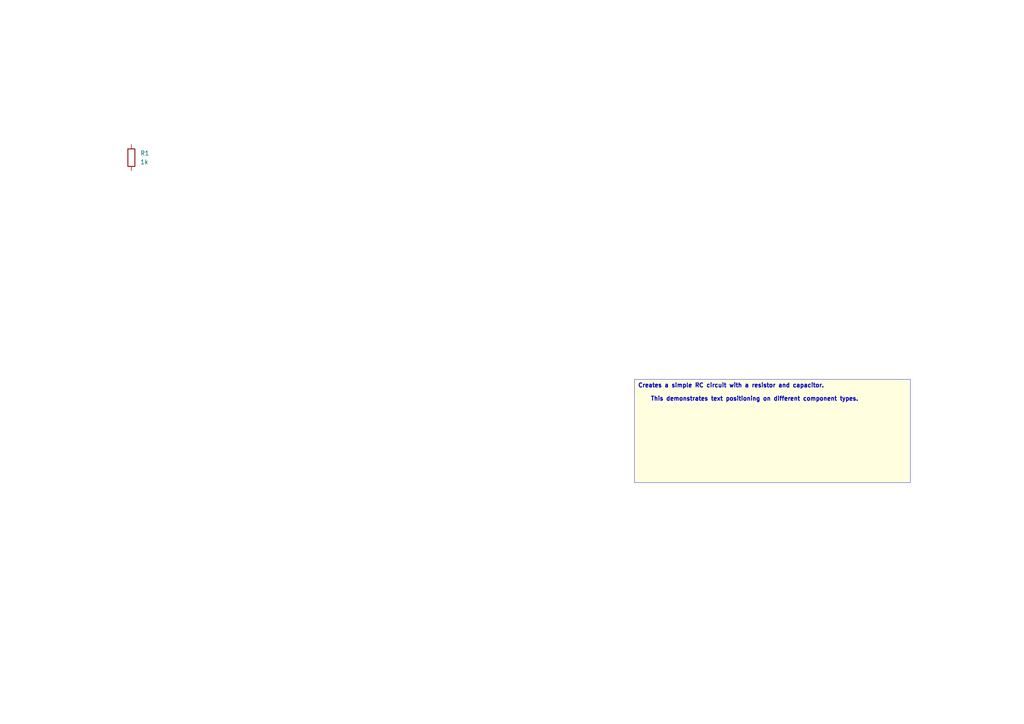
<source format=kicad_sch>
(kicad_sch (version 20250114) (generator "kicad_api") (generator_version 9.0)
  (paper A4)
  (paper A4)
  (lib_symbols
    (symbol "Device:R" (pin_numbers hide) (pin_names (offset 0.254))
      (property "Reference" "{'value': 'R', 'position': {'x': 2.032, 'y': 0.0, 'rotation': 90.0}, 'effects': {'font_size': [1.27, 1.27]}}" (at 0.0 0.0 0))
      (property "Value" "{'value': 'R', 'position': {'x': 0.0, 'y': 0.0, 'rotation': 90.0}, 'effects': {'font_size': [1.27, 1.27]}}" (at 0.0 0.0 0))
      (symbol "R_0_1"
        (rectangle (start -1.016 -2.54) (end 1.016 2.54) (stroke (width 0.254)))
      )
      (symbol "R_1_1"
        (pin passive line (at 0.0 3.81 270) (length 1.27) (name ~) (number "1"))
        (pin passive line (at 0.0 -3.81 90) (length 1.27) (name ~) (number "2"))
      )
    )
  )
  (title_block (title rc_circuit) (date 2025-08-02) (company Circuit-Synth))
  (symbol (lib_id Device:R) (at 38.1 45.72 0)
    (property "Reference" "R1" (at 40.64 44.449999999999996 0) (effects (justify left)))
    (property "Value" "1k" (at 40.64 46.99 0) (effects (justify left)))
    (property "Footprint" "Resistor_SMD:R_0603_1608Metric" (effects (hide yes)))
    (instances (project "circuit" (path "" (reference R1) (unit 1))) (project "single_resistor" (path "" (reference R1) (unit 1))))
  )
  (text_box "Creates a simple RC circuit with a resistor and capacitor.\n    \n    This demonstrates text positioning on different component types." (exclude_from_sim yes) (at 184.0 110.0 0) (size 80.0 30.0) (margins 1.0 1.0 1.0 1.0) (stroke (width 0.1)) (fill (type color) (color 255 255 224 1)) (effects (font (size 1.2 1.2) (thickness 0.254)) (justify left top)))
)
</source>
